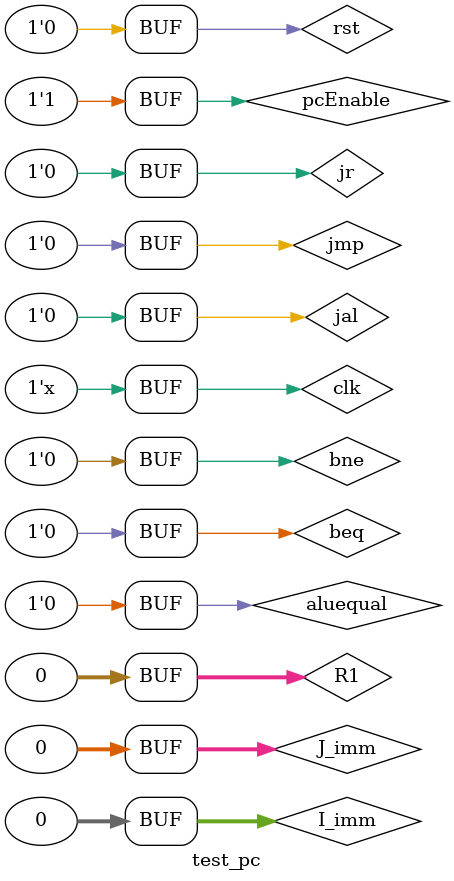
<source format=v>
`timescale 1ns / 1ps


module test_pc;
    reg beq, bne;
    reg jmp, jr, jal;
    reg aluequal;
    reg pcEnable;
    reg clk;
    reg rst;
    reg [31:0] R1;
    reg [31:0] I_imm;
    reg [31:0] J_imm;
    wire branch;
    wire [31:0] normal_pc;
    wire [9:0] addr;

    PC pc_path(
        .Beq(beq), .Bne(bne), .JMP(jmp), .JR(jr), .JAL(jal), .AluEqual(aluequal),
        .enable(pcEnable), .clk(clk), .rst(rst),
        .R1(R1), .I_imm(I_imm), .J_imm(J_imm),
        .branch(branch), .normal_pc(normal_pc), .addr(addr)
    );

    initial begin
        beq = 0;
        bne = 0;
        jmp = 0;
        jr = 0;
        jal = 0;
        aluequal = 0;
        pcEnable = 1;
        clk = 0;
        rst = 0;
        R1 = 0;
        I_imm = 0;
        J_imm = 0;
    end

    always begin
        #10 clk = ~clk;
    end
endmodule

</source>
